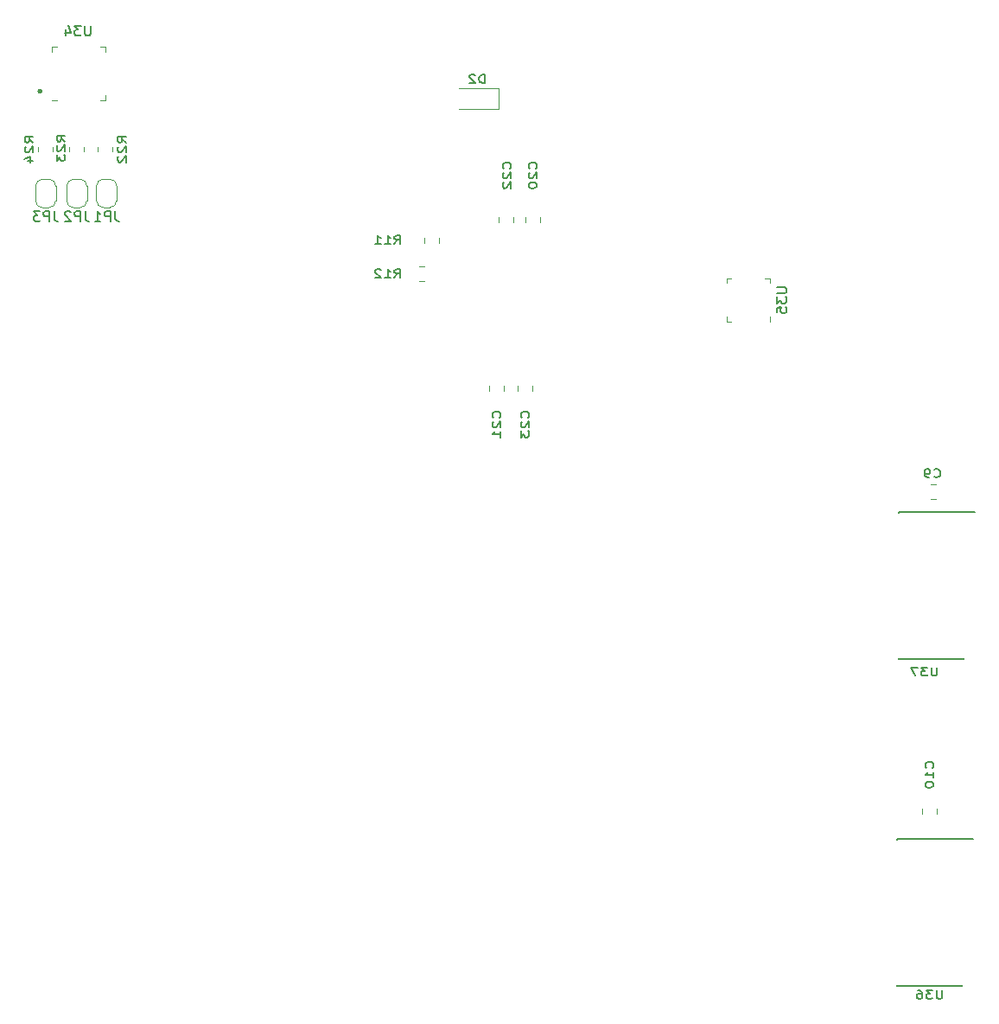
<source format=gbr>
%TF.GenerationSoftware,KiCad,Pcbnew,(6.0.5-0)*%
%TF.CreationDate,2022-06-21T23:58:56+01:00*%
%TF.ProjectId,BassStation_Sequencer_MidiInterface,42617373-5374-4617-9469-6f6e5f536571,B*%
%TF.SameCoordinates,Original*%
%TF.FileFunction,Legend,Bot*%
%TF.FilePolarity,Positive*%
%FSLAX46Y46*%
G04 Gerber Fmt 4.6, Leading zero omitted, Abs format (unit mm)*
G04 Created by KiCad (PCBNEW (6.0.5-0)) date 2022-06-21 23:58:56*
%MOMM*%
%LPD*%
G01*
G04 APERTURE LIST*
%ADD10C,0.500000*%
%ADD11C,0.153000*%
%ADD12C,0.150000*%
%ADD13C,0.120000*%
G04 APERTURE END LIST*
D10*
X118567201Y-119278400D02*
G75*
G03*
X118567201Y-119278400I-1J0D01*
G01*
D11*
%TO.C,U36*%
X206978095Y-207333904D02*
X206978095Y-207981523D01*
X206930476Y-208057714D01*
X206882857Y-208095809D01*
X206787619Y-208133904D01*
X206597142Y-208133904D01*
X206501904Y-208095809D01*
X206454285Y-208057714D01*
X206406666Y-207981523D01*
X206406666Y-207333904D01*
X206025714Y-207333904D02*
X205406666Y-207333904D01*
X205740000Y-207638666D01*
X205597142Y-207638666D01*
X205501904Y-207676761D01*
X205454285Y-207714857D01*
X205406666Y-207791047D01*
X205406666Y-207981523D01*
X205454285Y-208057714D01*
X205501904Y-208095809D01*
X205597142Y-208133904D01*
X205882857Y-208133904D01*
X205978095Y-208095809D01*
X206025714Y-208057714D01*
X204549523Y-207333904D02*
X204740000Y-207333904D01*
X204835238Y-207372000D01*
X204882857Y-207410095D01*
X204978095Y-207524380D01*
X205025714Y-207676761D01*
X205025714Y-207981523D01*
X204978095Y-208057714D01*
X204930476Y-208095809D01*
X204835238Y-208133904D01*
X204644761Y-208133904D01*
X204549523Y-208095809D01*
X204501904Y-208057714D01*
X204454285Y-207981523D01*
X204454285Y-207791047D01*
X204501904Y-207714857D01*
X204549523Y-207676761D01*
X204644761Y-207638666D01*
X204835238Y-207638666D01*
X204930476Y-207676761D01*
X204978095Y-207714857D01*
X205025714Y-207791047D01*
%TO.C,U37*%
X206470095Y-175710904D02*
X206470095Y-176358523D01*
X206422476Y-176434714D01*
X206374857Y-176472809D01*
X206279619Y-176510904D01*
X206089142Y-176510904D01*
X205993904Y-176472809D01*
X205946285Y-176434714D01*
X205898666Y-176358523D01*
X205898666Y-175710904D01*
X205517714Y-175710904D02*
X204898666Y-175710904D01*
X205232000Y-176015666D01*
X205089142Y-176015666D01*
X204993904Y-176053761D01*
X204946285Y-176091857D01*
X204898666Y-176168047D01*
X204898666Y-176358523D01*
X204946285Y-176434714D01*
X204993904Y-176472809D01*
X205089142Y-176510904D01*
X205374857Y-176510904D01*
X205470095Y-176472809D01*
X205517714Y-176434714D01*
X204565333Y-175710904D02*
X203898666Y-175710904D01*
X204327238Y-176510904D01*
%TO.C,C9*%
X206160666Y-157003714D02*
X206208285Y-157041809D01*
X206351142Y-157079904D01*
X206446380Y-157079904D01*
X206589238Y-157041809D01*
X206684476Y-156965619D01*
X206732095Y-156889428D01*
X206779714Y-156737047D01*
X206779714Y-156622761D01*
X206732095Y-156470380D01*
X206684476Y-156394190D01*
X206589238Y-156318000D01*
X206446380Y-156279904D01*
X206351142Y-156279904D01*
X206208285Y-156318000D01*
X206160666Y-156356095D01*
X205684476Y-157079904D02*
X205494000Y-157079904D01*
X205398761Y-157041809D01*
X205351142Y-157003714D01*
X205255904Y-156889428D01*
X205208285Y-156737047D01*
X205208285Y-156432285D01*
X205255904Y-156356095D01*
X205303523Y-156318000D01*
X205398761Y-156279904D01*
X205589238Y-156279904D01*
X205684476Y-156318000D01*
X205732095Y-156356095D01*
X205779714Y-156432285D01*
X205779714Y-156622761D01*
X205732095Y-156698952D01*
X205684476Y-156737047D01*
X205589238Y-156775142D01*
X205398761Y-156775142D01*
X205303523Y-156737047D01*
X205255904Y-156698952D01*
X205208285Y-156622761D01*
%TO.C,C10*%
X206025714Y-185539142D02*
X206063809Y-185491523D01*
X206101904Y-185348666D01*
X206101904Y-185253428D01*
X206063809Y-185110571D01*
X205987619Y-185015333D01*
X205911428Y-184967714D01*
X205759047Y-184920095D01*
X205644761Y-184920095D01*
X205492380Y-184967714D01*
X205416190Y-185015333D01*
X205340000Y-185110571D01*
X205301904Y-185253428D01*
X205301904Y-185348666D01*
X205340000Y-185491523D01*
X205378095Y-185539142D01*
X206101904Y-186491523D02*
X206101904Y-185920095D01*
X206101904Y-186205809D02*
X205301904Y-186205809D01*
X205416190Y-186110571D01*
X205492380Y-186015333D01*
X205530476Y-185920095D01*
X205301904Y-187110571D02*
X205301904Y-187205809D01*
X205340000Y-187301047D01*
X205378095Y-187348666D01*
X205454285Y-187396285D01*
X205606666Y-187443904D01*
X205797142Y-187443904D01*
X205949523Y-187396285D01*
X206025714Y-187348666D01*
X206063809Y-187301047D01*
X206101904Y-187205809D01*
X206101904Y-187110571D01*
X206063809Y-187015333D01*
X206025714Y-186967714D01*
X205949523Y-186920095D01*
X205797142Y-186872476D01*
X205606666Y-186872476D01*
X205454285Y-186920095D01*
X205378095Y-186967714D01*
X205340000Y-187015333D01*
X205301904Y-187110571D01*
%TO.C,C22*%
X164623714Y-126865142D02*
X164661809Y-126817523D01*
X164699904Y-126674666D01*
X164699904Y-126579428D01*
X164661809Y-126436571D01*
X164585619Y-126341333D01*
X164509428Y-126293714D01*
X164357047Y-126246095D01*
X164242761Y-126246095D01*
X164090380Y-126293714D01*
X164014190Y-126341333D01*
X163938000Y-126436571D01*
X163899904Y-126579428D01*
X163899904Y-126674666D01*
X163938000Y-126817523D01*
X163976095Y-126865142D01*
X163976095Y-127246095D02*
X163938000Y-127293714D01*
X163899904Y-127388952D01*
X163899904Y-127627047D01*
X163938000Y-127722285D01*
X163976095Y-127769904D01*
X164052285Y-127817523D01*
X164128476Y-127817523D01*
X164242761Y-127769904D01*
X164699904Y-127198476D01*
X164699904Y-127817523D01*
X163976095Y-128198476D02*
X163938000Y-128246095D01*
X163899904Y-128341333D01*
X163899904Y-128579428D01*
X163938000Y-128674666D01*
X163976095Y-128722285D01*
X164052285Y-128769904D01*
X164128476Y-128769904D01*
X164242761Y-128722285D01*
X164699904Y-128150857D01*
X164699904Y-128769904D01*
%TO.C,C23*%
X166401714Y-151249142D02*
X166439809Y-151201523D01*
X166477904Y-151058666D01*
X166477904Y-150963428D01*
X166439809Y-150820571D01*
X166363619Y-150725333D01*
X166287428Y-150677714D01*
X166135047Y-150630095D01*
X166020761Y-150630095D01*
X165868380Y-150677714D01*
X165792190Y-150725333D01*
X165716000Y-150820571D01*
X165677904Y-150963428D01*
X165677904Y-151058666D01*
X165716000Y-151201523D01*
X165754095Y-151249142D01*
X165754095Y-151630095D02*
X165716000Y-151677714D01*
X165677904Y-151772952D01*
X165677904Y-152011047D01*
X165716000Y-152106285D01*
X165754095Y-152153904D01*
X165830285Y-152201523D01*
X165906476Y-152201523D01*
X166020761Y-152153904D01*
X166477904Y-151582476D01*
X166477904Y-152201523D01*
X165677904Y-152534857D02*
X165677904Y-153153904D01*
X165982666Y-152820571D01*
X165982666Y-152963428D01*
X166020761Y-153058666D01*
X166058857Y-153106285D01*
X166135047Y-153153904D01*
X166325523Y-153153904D01*
X166401714Y-153106285D01*
X166439809Y-153058666D01*
X166477904Y-152963428D01*
X166477904Y-152677714D01*
X166439809Y-152582476D01*
X166401714Y-152534857D01*
%TO.C,D2*%
X162155095Y-118471904D02*
X162155095Y-117671904D01*
X161917000Y-117671904D01*
X161774142Y-117710000D01*
X161678904Y-117786190D01*
X161631285Y-117862380D01*
X161583666Y-118014761D01*
X161583666Y-118129047D01*
X161631285Y-118281428D01*
X161678904Y-118357619D01*
X161774142Y-118433809D01*
X161917000Y-118471904D01*
X162155095Y-118471904D01*
X161202714Y-117748095D02*
X161155095Y-117710000D01*
X161059857Y-117671904D01*
X160821761Y-117671904D01*
X160726523Y-117710000D01*
X160678904Y-117748095D01*
X160631285Y-117824285D01*
X160631285Y-117900476D01*
X160678904Y-118014761D01*
X161250333Y-118471904D01*
X160631285Y-118471904D01*
%TO.C,R11*%
X153296857Y-134219904D02*
X153630190Y-133838952D01*
X153868285Y-134219904D02*
X153868285Y-133419904D01*
X153487333Y-133419904D01*
X153392095Y-133458000D01*
X153344476Y-133496095D01*
X153296857Y-133572285D01*
X153296857Y-133686571D01*
X153344476Y-133762761D01*
X153392095Y-133800857D01*
X153487333Y-133838952D01*
X153868285Y-133838952D01*
X152344476Y-134219904D02*
X152915904Y-134219904D01*
X152630190Y-134219904D02*
X152630190Y-133419904D01*
X152725428Y-133534190D01*
X152820666Y-133610380D01*
X152915904Y-133648476D01*
X151392095Y-134219904D02*
X151963523Y-134219904D01*
X151677809Y-134219904D02*
X151677809Y-133419904D01*
X151773047Y-133534190D01*
X151868285Y-133610380D01*
X151963523Y-133648476D01*
%TO.C,R12*%
X153296857Y-137521904D02*
X153630190Y-137140952D01*
X153868285Y-137521904D02*
X153868285Y-136721904D01*
X153487333Y-136721904D01*
X153392095Y-136760000D01*
X153344476Y-136798095D01*
X153296857Y-136874285D01*
X153296857Y-136988571D01*
X153344476Y-137064761D01*
X153392095Y-137102857D01*
X153487333Y-137140952D01*
X153868285Y-137140952D01*
X152344476Y-137521904D02*
X152915904Y-137521904D01*
X152630190Y-137521904D02*
X152630190Y-136721904D01*
X152725428Y-136836190D01*
X152820666Y-136912380D01*
X152915904Y-136950476D01*
X151963523Y-136798095D02*
X151915904Y-136760000D01*
X151820666Y-136721904D01*
X151582571Y-136721904D01*
X151487333Y-136760000D01*
X151439714Y-136798095D01*
X151392095Y-136874285D01*
X151392095Y-136950476D01*
X151439714Y-137064761D01*
X152011142Y-137521904D01*
X151392095Y-137521904D01*
%TO.C,R23*%
X121011904Y-124198142D02*
X120630952Y-123864809D01*
X121011904Y-123626714D02*
X120211904Y-123626714D01*
X120211904Y-124007666D01*
X120250000Y-124102904D01*
X120288095Y-124150523D01*
X120364285Y-124198142D01*
X120478571Y-124198142D01*
X120554761Y-124150523D01*
X120592857Y-124102904D01*
X120630952Y-124007666D01*
X120630952Y-123626714D01*
X120288095Y-124579095D02*
X120250000Y-124626714D01*
X120211904Y-124721952D01*
X120211904Y-124960047D01*
X120250000Y-125055285D01*
X120288095Y-125102904D01*
X120364285Y-125150523D01*
X120440476Y-125150523D01*
X120554761Y-125102904D01*
X121011904Y-124531476D01*
X121011904Y-125150523D01*
X120211904Y-125483857D02*
X120211904Y-126102904D01*
X120516666Y-125769571D01*
X120516666Y-125912428D01*
X120554761Y-126007666D01*
X120592857Y-126055285D01*
X120669047Y-126102904D01*
X120859523Y-126102904D01*
X120935714Y-126055285D01*
X120973809Y-126007666D01*
X121011904Y-125912428D01*
X121011904Y-125626714D01*
X120973809Y-125531476D01*
X120935714Y-125483857D01*
%TO.C,R24*%
X117900404Y-124325142D02*
X117519452Y-123991809D01*
X117900404Y-123753714D02*
X117100404Y-123753714D01*
X117100404Y-124134666D01*
X117138500Y-124229904D01*
X117176595Y-124277523D01*
X117252785Y-124325142D01*
X117367071Y-124325142D01*
X117443261Y-124277523D01*
X117481357Y-124229904D01*
X117519452Y-124134666D01*
X117519452Y-123753714D01*
X117176595Y-124706095D02*
X117138500Y-124753714D01*
X117100404Y-124848952D01*
X117100404Y-125087047D01*
X117138500Y-125182285D01*
X117176595Y-125229904D01*
X117252785Y-125277523D01*
X117328976Y-125277523D01*
X117443261Y-125229904D01*
X117900404Y-124658476D01*
X117900404Y-125277523D01*
X117367071Y-126134666D02*
X117900404Y-126134666D01*
X117062309Y-125896571D02*
X117633738Y-125658476D01*
X117633738Y-126277523D01*
%TO.C,C20*%
X167163714Y-126865142D02*
X167201809Y-126817523D01*
X167239904Y-126674666D01*
X167239904Y-126579428D01*
X167201809Y-126436571D01*
X167125619Y-126341333D01*
X167049428Y-126293714D01*
X166897047Y-126246095D01*
X166782761Y-126246095D01*
X166630380Y-126293714D01*
X166554190Y-126341333D01*
X166478000Y-126436571D01*
X166439904Y-126579428D01*
X166439904Y-126674666D01*
X166478000Y-126817523D01*
X166516095Y-126865142D01*
X166516095Y-127246095D02*
X166478000Y-127293714D01*
X166439904Y-127388952D01*
X166439904Y-127627047D01*
X166478000Y-127722285D01*
X166516095Y-127769904D01*
X166592285Y-127817523D01*
X166668476Y-127817523D01*
X166782761Y-127769904D01*
X167239904Y-127198476D01*
X167239904Y-127817523D01*
X166439904Y-128436571D02*
X166439904Y-128531809D01*
X166478000Y-128627047D01*
X166516095Y-128674666D01*
X166592285Y-128722285D01*
X166744666Y-128769904D01*
X166935142Y-128769904D01*
X167087523Y-128722285D01*
X167163714Y-128674666D01*
X167201809Y-128627047D01*
X167239904Y-128531809D01*
X167239904Y-128436571D01*
X167201809Y-128341333D01*
X167163714Y-128293714D01*
X167087523Y-128246095D01*
X166935142Y-128198476D01*
X166744666Y-128198476D01*
X166592285Y-128246095D01*
X166516095Y-128293714D01*
X166478000Y-128341333D01*
X166439904Y-128436571D01*
%TO.C,R22*%
X126980904Y-124325142D02*
X126599952Y-123991809D01*
X126980904Y-123753714D02*
X126180904Y-123753714D01*
X126180904Y-124134666D01*
X126219000Y-124229904D01*
X126257095Y-124277523D01*
X126333285Y-124325142D01*
X126447571Y-124325142D01*
X126523761Y-124277523D01*
X126561857Y-124229904D01*
X126599952Y-124134666D01*
X126599952Y-123753714D01*
X126257095Y-124706095D02*
X126219000Y-124753714D01*
X126180904Y-124848952D01*
X126180904Y-125087047D01*
X126219000Y-125182285D01*
X126257095Y-125229904D01*
X126333285Y-125277523D01*
X126409476Y-125277523D01*
X126523761Y-125229904D01*
X126980904Y-124658476D01*
X126980904Y-125277523D01*
X126257095Y-125658476D02*
X126219000Y-125706095D01*
X126180904Y-125801333D01*
X126180904Y-126039428D01*
X126219000Y-126134666D01*
X126257095Y-126182285D01*
X126333285Y-126229904D01*
X126409476Y-126229904D01*
X126523761Y-126182285D01*
X126980904Y-125610857D01*
X126980904Y-126229904D01*
D12*
%TO.C,U34*%
X123539095Y-112863380D02*
X123539095Y-113672904D01*
X123491476Y-113768142D01*
X123443857Y-113815761D01*
X123348619Y-113863380D01*
X123158142Y-113863380D01*
X123062904Y-113815761D01*
X123015285Y-113768142D01*
X122967666Y-113672904D01*
X122967666Y-112863380D01*
X122586714Y-112863380D02*
X121967666Y-112863380D01*
X122301000Y-113244333D01*
X122158142Y-113244333D01*
X122062904Y-113291952D01*
X122015285Y-113339571D01*
X121967666Y-113434809D01*
X121967666Y-113672904D01*
X122015285Y-113768142D01*
X122062904Y-113815761D01*
X122158142Y-113863380D01*
X122443857Y-113863380D01*
X122539095Y-113815761D01*
X122586714Y-113768142D01*
X121110523Y-113196714D02*
X121110523Y-113863380D01*
X121348619Y-112815761D02*
X121586714Y-113530047D01*
X120967666Y-113530047D01*
D11*
%TO.C,C21*%
X163607714Y-151249142D02*
X163645809Y-151201523D01*
X163683904Y-151058666D01*
X163683904Y-150963428D01*
X163645809Y-150820571D01*
X163569619Y-150725333D01*
X163493428Y-150677714D01*
X163341047Y-150630095D01*
X163226761Y-150630095D01*
X163074380Y-150677714D01*
X162998190Y-150725333D01*
X162922000Y-150820571D01*
X162883904Y-150963428D01*
X162883904Y-151058666D01*
X162922000Y-151201523D01*
X162960095Y-151249142D01*
X162960095Y-151630095D02*
X162922000Y-151677714D01*
X162883904Y-151772952D01*
X162883904Y-152011047D01*
X162922000Y-152106285D01*
X162960095Y-152153904D01*
X163036285Y-152201523D01*
X163112476Y-152201523D01*
X163226761Y-152153904D01*
X163683904Y-151582476D01*
X163683904Y-152201523D01*
X163683904Y-153153904D02*
X163683904Y-152582476D01*
X163683904Y-152868190D02*
X162883904Y-152868190D01*
X162998190Y-152772952D01*
X163074380Y-152677714D01*
X163112476Y-152582476D01*
D12*
%TO.C,U35*%
X190732380Y-138461904D02*
X191541904Y-138461904D01*
X191637142Y-138509523D01*
X191684761Y-138557142D01*
X191732380Y-138652380D01*
X191732380Y-138842857D01*
X191684761Y-138938095D01*
X191637142Y-138985714D01*
X191541904Y-139033333D01*
X190732380Y-139033333D01*
X190732380Y-139414285D02*
X190732380Y-140033333D01*
X191113333Y-139700000D01*
X191113333Y-139842857D01*
X191160952Y-139938095D01*
X191208571Y-139985714D01*
X191303809Y-140033333D01*
X191541904Y-140033333D01*
X191637142Y-139985714D01*
X191684761Y-139938095D01*
X191732380Y-139842857D01*
X191732380Y-139557142D01*
X191684761Y-139461904D01*
X191637142Y-139414285D01*
X190732380Y-140938095D02*
X190732380Y-140461904D01*
X191208571Y-140414285D01*
X191160952Y-140461904D01*
X191113333Y-140557142D01*
X191113333Y-140795238D01*
X191160952Y-140890476D01*
X191208571Y-140938095D01*
X191303809Y-140985714D01*
X191541904Y-140985714D01*
X191637142Y-140938095D01*
X191684761Y-140890476D01*
X191732380Y-140795238D01*
X191732380Y-140557142D01*
X191684761Y-140461904D01*
X191637142Y-140414285D01*
%TO.C,JP2*%
X123007333Y-131024380D02*
X123007333Y-131738666D01*
X123054952Y-131881523D01*
X123150190Y-131976761D01*
X123293047Y-132024380D01*
X123388285Y-132024380D01*
X122531142Y-132024380D02*
X122531142Y-131024380D01*
X122150190Y-131024380D01*
X122054952Y-131072000D01*
X122007333Y-131119619D01*
X121959714Y-131214857D01*
X121959714Y-131357714D01*
X122007333Y-131452952D01*
X122054952Y-131500571D01*
X122150190Y-131548190D01*
X122531142Y-131548190D01*
X121578761Y-131119619D02*
X121531142Y-131072000D01*
X121435904Y-131024380D01*
X121197809Y-131024380D01*
X121102571Y-131072000D01*
X121054952Y-131119619D01*
X121007333Y-131214857D01*
X121007333Y-131310095D01*
X121054952Y-131452952D01*
X121626380Y-132024380D01*
X121007333Y-132024380D01*
%TO.C,JP3*%
X119959333Y-131024380D02*
X119959333Y-131738666D01*
X120006952Y-131881523D01*
X120102190Y-131976761D01*
X120245047Y-132024380D01*
X120340285Y-132024380D01*
X119483142Y-132024380D02*
X119483142Y-131024380D01*
X119102190Y-131024380D01*
X119006952Y-131072000D01*
X118959333Y-131119619D01*
X118911714Y-131214857D01*
X118911714Y-131357714D01*
X118959333Y-131452952D01*
X119006952Y-131500571D01*
X119102190Y-131548190D01*
X119483142Y-131548190D01*
X118578380Y-131024380D02*
X117959333Y-131024380D01*
X118292666Y-131405333D01*
X118149809Y-131405333D01*
X118054571Y-131452952D01*
X118006952Y-131500571D01*
X117959333Y-131595809D01*
X117959333Y-131833904D01*
X118006952Y-131929142D01*
X118054571Y-131976761D01*
X118149809Y-132024380D01*
X118435523Y-132024380D01*
X118530761Y-131976761D01*
X118578380Y-131929142D01*
%TO.C,JP1*%
X125928333Y-131024380D02*
X125928333Y-131738666D01*
X125975952Y-131881523D01*
X126071190Y-131976761D01*
X126214047Y-132024380D01*
X126309285Y-132024380D01*
X125452142Y-132024380D02*
X125452142Y-131024380D01*
X125071190Y-131024380D01*
X124975952Y-131072000D01*
X124928333Y-131119619D01*
X124880714Y-131214857D01*
X124880714Y-131357714D01*
X124928333Y-131452952D01*
X124975952Y-131500571D01*
X125071190Y-131548190D01*
X125452142Y-131548190D01*
X123928333Y-132024380D02*
X124499761Y-132024380D01*
X124214047Y-132024380D02*
X124214047Y-131024380D01*
X124309285Y-131167238D01*
X124404523Y-131262476D01*
X124499761Y-131310095D01*
%TO.C,U36*%
X209990000Y-192507500D02*
X202565000Y-192507500D01*
X202565000Y-206832500D02*
X202565000Y-206825000D01*
X202565000Y-192582500D02*
X202565000Y-192590000D01*
X208915000Y-206832500D02*
X208915000Y-206825000D01*
X208915000Y-206832500D02*
X202565000Y-206832500D01*
%TO.C,U37*%
X209042000Y-174828500D02*
X209042000Y-174821000D01*
X202692000Y-174828500D02*
X202692000Y-174821000D01*
X210117000Y-160503500D02*
X202692000Y-160503500D01*
X209042000Y-174828500D02*
X202692000Y-174828500D01*
X202692000Y-160578500D02*
X202692000Y-160586000D01*
D13*
%TO.C,C9*%
X205859748Y-157761000D02*
X206382252Y-157761000D01*
X205859748Y-159231000D02*
X206382252Y-159231000D01*
%TO.C,C10*%
X206475000Y-189999252D02*
X206475000Y-189476748D01*
X205005000Y-189999252D02*
X205005000Y-189476748D01*
%TO.C,C22*%
X163476000Y-132087252D02*
X163476000Y-131564748D01*
X164946000Y-132087252D02*
X164946000Y-131564748D01*
%TO.C,C23*%
X166851000Y-148074748D02*
X166851000Y-148597252D01*
X165381000Y-148074748D02*
X165381000Y-148597252D01*
%TO.C,D2*%
X163490000Y-121015000D02*
X159640000Y-121015000D01*
X163490000Y-119015000D02*
X163490000Y-121015000D01*
X163490000Y-119015000D02*
X159640000Y-119015000D01*
%TO.C,R11*%
X157707000Y-133596748D02*
X157707000Y-134119252D01*
X156237000Y-133596748D02*
X156237000Y-134119252D01*
%TO.C,R12*%
X156217252Y-137895000D02*
X155694748Y-137895000D01*
X156217252Y-136425000D02*
X155694748Y-136425000D01*
%TO.C,R23*%
X122909000Y-125195064D02*
X122909000Y-124740936D01*
X121439000Y-125195064D02*
X121439000Y-124740936D01*
%TO.C,R24*%
X118391000Y-125195064D02*
X118391000Y-124740936D01*
X119861000Y-125195064D02*
X119861000Y-124740936D01*
%TO.C,C20*%
X167613000Y-132087252D02*
X167613000Y-131564748D01*
X166143000Y-132087252D02*
X166143000Y-131564748D01*
%TO.C,R22*%
X125703000Y-125195064D02*
X125703000Y-124740936D01*
X124233000Y-125195064D02*
X124233000Y-124740936D01*
%TO.C,U34*%
X124974500Y-120148500D02*
X124974500Y-119673500D01*
X124499500Y-114928500D02*
X124974500Y-114928500D01*
X124499500Y-120148500D02*
X124974500Y-120148500D01*
X124974500Y-114928500D02*
X124974500Y-115403500D01*
X119754500Y-114928500D02*
X119754500Y-115403500D01*
X120229500Y-114928500D02*
X119754500Y-114928500D01*
X120229500Y-120148500D02*
X119754500Y-120148500D01*
%TO.C,C21*%
X164057000Y-148074748D02*
X164057000Y-148597252D01*
X162587000Y-148074748D02*
X162587000Y-148597252D01*
%TO.C,U35*%
X190070000Y-138065000D02*
X190070000Y-137590000D01*
X185850000Y-141810000D02*
X186325000Y-141810000D01*
X190070000Y-141335000D02*
X190070000Y-141810000D01*
X190070000Y-137590000D02*
X189595000Y-137590000D01*
X185850000Y-141335000D02*
X185850000Y-141810000D01*
X185850000Y-137590000D02*
X186325000Y-137590000D01*
X185850000Y-138065000D02*
X185850000Y-137590000D01*
%TO.C,JP2*%
X122474000Y-127886000D02*
X121874000Y-127886000D01*
X123174000Y-129986000D02*
X123174000Y-128586000D01*
X121874000Y-130686000D02*
X122474000Y-130686000D01*
X121174000Y-128586000D02*
X121174000Y-129986000D01*
X122474000Y-130686000D02*
G75*
G03*
X123174000Y-129986000I0J700000D01*
G01*
X121874000Y-127886000D02*
G75*
G03*
X121174000Y-128586000I-1J-699999D01*
G01*
X123174000Y-128586000D02*
G75*
G03*
X122474000Y-127886000I-699999J1D01*
G01*
X121174000Y-129986000D02*
G75*
G03*
X121874000Y-130686000I700000J0D01*
G01*
%TO.C,JP3*%
X120126000Y-129986000D02*
X120126000Y-128586000D01*
X119426000Y-127886000D02*
X118826000Y-127886000D01*
X118826000Y-130686000D02*
X119426000Y-130686000D01*
X118126000Y-128586000D02*
X118126000Y-129986000D01*
X120126000Y-128586000D02*
G75*
G03*
X119426000Y-127886000I-699999J1D01*
G01*
X118126000Y-129986000D02*
G75*
G03*
X118826000Y-130686000I700000J0D01*
G01*
X118826000Y-127886000D02*
G75*
G03*
X118126000Y-128586000I-1J-699999D01*
G01*
X119426000Y-130686000D02*
G75*
G03*
X120126000Y-129986000I0J700000D01*
G01*
%TO.C,JP1*%
X126095000Y-129971000D02*
X126095000Y-128571000D01*
X125395000Y-127871000D02*
X124795000Y-127871000D01*
X124095000Y-128571000D02*
X124095000Y-129971000D01*
X124795000Y-130671000D02*
X125395000Y-130671000D01*
X124095000Y-129971000D02*
G75*
G03*
X124795000Y-130671000I700000J0D01*
G01*
X125395000Y-130671000D02*
G75*
G03*
X126095000Y-129971000I0J700000D01*
G01*
X124795000Y-127871000D02*
G75*
G03*
X124095000Y-128571000I-1J-699999D01*
G01*
X126095000Y-128571000D02*
G75*
G03*
X125395000Y-127871000I-699999J1D01*
G01*
%TD*%
M02*

</source>
